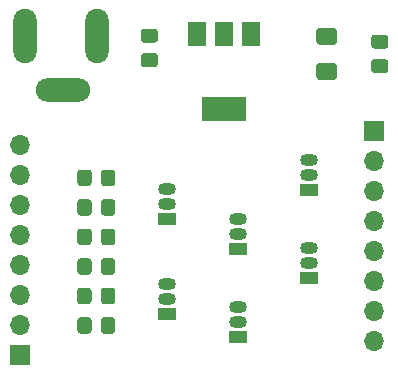
<source format=gbr>
%TF.GenerationSoftware,KiCad,Pcbnew,(5.1.10)-1*%
%TF.CreationDate,2021-11-26T12:13:43-05:00*%
%TF.ProjectId,RELAY_DRVR,52454c41-595f-4445-9256-522e6b696361,rev?*%
%TF.SameCoordinates,Original*%
%TF.FileFunction,Soldermask,Top*%
%TF.FilePolarity,Negative*%
%FSLAX46Y46*%
G04 Gerber Fmt 4.6, Leading zero omitted, Abs format (unit mm)*
G04 Created by KiCad (PCBNEW (5.1.10)-1) date 2021-11-26 12:13:43*
%MOMM*%
%LPD*%
G01*
G04 APERTURE LIST*
%ADD10O,1.700000X1.700000*%
%ADD11R,1.700000X1.700000*%
%ADD12O,2.000000X4.600000*%
%ADD13O,4.600000X2.000000*%
%ADD14R,1.500000X1.050000*%
%ADD15O,1.500000X1.050000*%
%ADD16R,3.800000X2.000000*%
%ADD17R,1.500000X2.000000*%
G04 APERTURE END LIST*
%TO.C,C1*%
G36*
G01*
X45025000Y-14450000D02*
X45975000Y-14450000D01*
G75*
G02*
X46225000Y-14700000I0J-250000D01*
G01*
X46225000Y-15375000D01*
G75*
G02*
X45975000Y-15625000I-250000J0D01*
G01*
X45025000Y-15625000D01*
G75*
G02*
X44775000Y-15375000I0J250000D01*
G01*
X44775000Y-14700000D01*
G75*
G02*
X45025000Y-14450000I250000J0D01*
G01*
G37*
G36*
G01*
X45025000Y-12375000D02*
X45975000Y-12375000D01*
G75*
G02*
X46225000Y-12625000I0J-250000D01*
G01*
X46225000Y-13300000D01*
G75*
G02*
X45975000Y-13550000I-250000J0D01*
G01*
X45025000Y-13550000D01*
G75*
G02*
X44775000Y-13300000I0J250000D01*
G01*
X44775000Y-12625000D01*
G75*
G02*
X45025000Y-12375000I250000J0D01*
G01*
G37*
%TD*%
%TO.C,C2*%
G36*
G01*
X59875000Y-12300000D02*
X61125000Y-12300000D01*
G75*
G02*
X61375000Y-12550000I0J-250000D01*
G01*
X61375000Y-13475000D01*
G75*
G02*
X61125000Y-13725000I-250000J0D01*
G01*
X59875000Y-13725000D01*
G75*
G02*
X59625000Y-13475000I0J250000D01*
G01*
X59625000Y-12550000D01*
G75*
G02*
X59875000Y-12300000I250000J0D01*
G01*
G37*
G36*
G01*
X59875000Y-15275000D02*
X61125000Y-15275000D01*
G75*
G02*
X61375000Y-15525000I0J-250000D01*
G01*
X61375000Y-16450000D01*
G75*
G02*
X61125000Y-16700000I-250000J0D01*
G01*
X59875000Y-16700000D01*
G75*
G02*
X59625000Y-16450000I0J250000D01*
G01*
X59625000Y-15525000D01*
G75*
G02*
X59875000Y-15275000I250000J0D01*
G01*
G37*
%TD*%
%TO.C,C3*%
G36*
G01*
X64525000Y-12875000D02*
X65475000Y-12875000D01*
G75*
G02*
X65725000Y-13125000I0J-250000D01*
G01*
X65725000Y-13800000D01*
G75*
G02*
X65475000Y-14050000I-250000J0D01*
G01*
X64525000Y-14050000D01*
G75*
G02*
X64275000Y-13800000I0J250000D01*
G01*
X64275000Y-13125000D01*
G75*
G02*
X64525000Y-12875000I250000J0D01*
G01*
G37*
G36*
G01*
X64525000Y-14950000D02*
X65475000Y-14950000D01*
G75*
G02*
X65725000Y-15200000I0J-250000D01*
G01*
X65725000Y-15875000D01*
G75*
G02*
X65475000Y-16125000I-250000J0D01*
G01*
X64525000Y-16125000D01*
G75*
G02*
X64275000Y-15875000I0J250000D01*
G01*
X64275000Y-15200000D01*
G75*
G02*
X64525000Y-14950000I250000J0D01*
G01*
G37*
%TD*%
D10*
%TO.C,J1*%
X34500000Y-22220000D03*
X34500000Y-24760000D03*
X34500000Y-27300000D03*
X34500000Y-29840000D03*
X34500000Y-32380000D03*
X34500000Y-34920000D03*
X34500000Y-37460000D03*
D11*
X34500000Y-40000000D03*
%TD*%
%TO.C,J2*%
X64500000Y-21000000D03*
D10*
X64500000Y-23540000D03*
X64500000Y-26080000D03*
X64500000Y-28620000D03*
X64500000Y-31160000D03*
X64500000Y-33700000D03*
X64500000Y-36240000D03*
X64500000Y-38780000D03*
%TD*%
D12*
%TO.C,J3*%
X35000000Y-13000000D03*
X41100000Y-13000000D03*
D13*
X38200000Y-17600000D03*
%TD*%
D14*
%TO.C,Q1*%
X53000000Y-38500000D03*
D15*
X53000000Y-35960000D03*
X53000000Y-37230000D03*
%TD*%
%TO.C,Q2*%
X47000000Y-35230000D03*
X47000000Y-33960000D03*
D14*
X47000000Y-36500000D03*
%TD*%
D15*
%TO.C,Q3*%
X59000000Y-32230000D03*
X59000000Y-30960000D03*
D14*
X59000000Y-33500000D03*
%TD*%
%TO.C,Q4*%
X53000000Y-31000000D03*
D15*
X53000000Y-28460000D03*
X53000000Y-29730000D03*
%TD*%
%TO.C,Q5*%
X47000000Y-27230000D03*
X47000000Y-25960000D03*
D14*
X47000000Y-28500000D03*
%TD*%
%TO.C,Q6*%
X59000000Y-26000000D03*
D15*
X59000000Y-23460000D03*
X59000000Y-24730000D03*
%TD*%
%TO.C,R1*%
G36*
G01*
X40600000Y-37049999D02*
X40600000Y-37950001D01*
G75*
G02*
X40350001Y-38200000I-249999J0D01*
G01*
X39649999Y-38200000D01*
G75*
G02*
X39400000Y-37950001I0J249999D01*
G01*
X39400000Y-37049999D01*
G75*
G02*
X39649999Y-36800000I249999J0D01*
G01*
X40350001Y-36800000D01*
G75*
G02*
X40600000Y-37049999I0J-249999D01*
G01*
G37*
G36*
G01*
X42600000Y-37049999D02*
X42600000Y-37950001D01*
G75*
G02*
X42350001Y-38200000I-249999J0D01*
G01*
X41649999Y-38200000D01*
G75*
G02*
X41400000Y-37950001I0J249999D01*
G01*
X41400000Y-37049999D01*
G75*
G02*
X41649999Y-36800000I249999J0D01*
G01*
X42350001Y-36800000D01*
G75*
G02*
X42600000Y-37049999I0J-249999D01*
G01*
G37*
%TD*%
%TO.C,R2*%
G36*
G01*
X42600000Y-34549999D02*
X42600000Y-35450001D01*
G75*
G02*
X42350001Y-35700000I-249999J0D01*
G01*
X41649999Y-35700000D01*
G75*
G02*
X41400000Y-35450001I0J249999D01*
G01*
X41400000Y-34549999D01*
G75*
G02*
X41649999Y-34300000I249999J0D01*
G01*
X42350001Y-34300000D01*
G75*
G02*
X42600000Y-34549999I0J-249999D01*
G01*
G37*
G36*
G01*
X40600000Y-34549999D02*
X40600000Y-35450001D01*
G75*
G02*
X40350001Y-35700000I-249999J0D01*
G01*
X39649999Y-35700000D01*
G75*
G02*
X39400000Y-35450001I0J249999D01*
G01*
X39400000Y-34549999D01*
G75*
G02*
X39649999Y-34300000I249999J0D01*
G01*
X40350001Y-34300000D01*
G75*
G02*
X40600000Y-34549999I0J-249999D01*
G01*
G37*
%TD*%
%TO.C,R3*%
G36*
G01*
X40600000Y-32049999D02*
X40600000Y-32950001D01*
G75*
G02*
X40350001Y-33200000I-249999J0D01*
G01*
X39649999Y-33200000D01*
G75*
G02*
X39400000Y-32950001I0J249999D01*
G01*
X39400000Y-32049999D01*
G75*
G02*
X39649999Y-31800000I249999J0D01*
G01*
X40350001Y-31800000D01*
G75*
G02*
X40600000Y-32049999I0J-249999D01*
G01*
G37*
G36*
G01*
X42600000Y-32049999D02*
X42600000Y-32950001D01*
G75*
G02*
X42350001Y-33200000I-249999J0D01*
G01*
X41649999Y-33200000D01*
G75*
G02*
X41400000Y-32950001I0J249999D01*
G01*
X41400000Y-32049999D01*
G75*
G02*
X41649999Y-31800000I249999J0D01*
G01*
X42350001Y-31800000D01*
G75*
G02*
X42600000Y-32049999I0J-249999D01*
G01*
G37*
%TD*%
%TO.C,R4*%
G36*
G01*
X42600000Y-29549999D02*
X42600000Y-30450001D01*
G75*
G02*
X42350001Y-30700000I-249999J0D01*
G01*
X41649999Y-30700000D01*
G75*
G02*
X41400000Y-30450001I0J249999D01*
G01*
X41400000Y-29549999D01*
G75*
G02*
X41649999Y-29300000I249999J0D01*
G01*
X42350001Y-29300000D01*
G75*
G02*
X42600000Y-29549999I0J-249999D01*
G01*
G37*
G36*
G01*
X40600000Y-29549999D02*
X40600000Y-30450001D01*
G75*
G02*
X40350001Y-30700000I-249999J0D01*
G01*
X39649999Y-30700000D01*
G75*
G02*
X39400000Y-30450001I0J249999D01*
G01*
X39400000Y-29549999D01*
G75*
G02*
X39649999Y-29300000I249999J0D01*
G01*
X40350001Y-29300000D01*
G75*
G02*
X40600000Y-29549999I0J-249999D01*
G01*
G37*
%TD*%
%TO.C,R5*%
G36*
G01*
X40600000Y-27049999D02*
X40600000Y-27950001D01*
G75*
G02*
X40350001Y-28200000I-249999J0D01*
G01*
X39649999Y-28200000D01*
G75*
G02*
X39400000Y-27950001I0J249999D01*
G01*
X39400000Y-27049999D01*
G75*
G02*
X39649999Y-26800000I249999J0D01*
G01*
X40350001Y-26800000D01*
G75*
G02*
X40600000Y-27049999I0J-249999D01*
G01*
G37*
G36*
G01*
X42600000Y-27049999D02*
X42600000Y-27950001D01*
G75*
G02*
X42350001Y-28200000I-249999J0D01*
G01*
X41649999Y-28200000D01*
G75*
G02*
X41400000Y-27950001I0J249999D01*
G01*
X41400000Y-27049999D01*
G75*
G02*
X41649999Y-26800000I249999J0D01*
G01*
X42350001Y-26800000D01*
G75*
G02*
X42600000Y-27049999I0J-249999D01*
G01*
G37*
%TD*%
%TO.C,R6*%
G36*
G01*
X42600000Y-24549999D02*
X42600000Y-25450001D01*
G75*
G02*
X42350001Y-25700000I-249999J0D01*
G01*
X41649999Y-25700000D01*
G75*
G02*
X41400000Y-25450001I0J249999D01*
G01*
X41400000Y-24549999D01*
G75*
G02*
X41649999Y-24300000I249999J0D01*
G01*
X42350001Y-24300000D01*
G75*
G02*
X42600000Y-24549999I0J-249999D01*
G01*
G37*
G36*
G01*
X40600000Y-24549999D02*
X40600000Y-25450001D01*
G75*
G02*
X40350001Y-25700000I-249999J0D01*
G01*
X39649999Y-25700000D01*
G75*
G02*
X39400000Y-25450001I0J249999D01*
G01*
X39400000Y-24549999D01*
G75*
G02*
X39649999Y-24300000I249999J0D01*
G01*
X40350001Y-24300000D01*
G75*
G02*
X40600000Y-24549999I0J-249999D01*
G01*
G37*
%TD*%
D16*
%TO.C,U1*%
X51816000Y-19152000D03*
D17*
X51816000Y-12852000D03*
X49516000Y-12852000D03*
X54116000Y-12852000D03*
%TD*%
M02*

</source>
